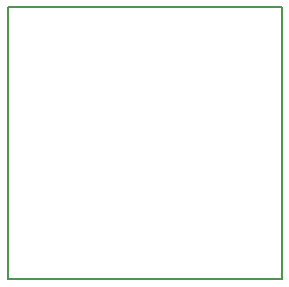
<source format=gko>
G04 DipTrace 3.1.0.1*
G04 BOARD.gko*
%MOIN*%
G04 #@! TF.FileFunction,Profile*
G04 #@! TF.Part,Single*
%ADD11C,0.006*%
%FSLAX26Y26*%
G04*
G70*
G90*
G75*
G01*
G04 BoardOutline*
%LPD*%
X394000Y1300249D2*
D11*
Y394000D1*
X1306499D1*
Y1300249D1*
X394000D1*
M02*

</source>
